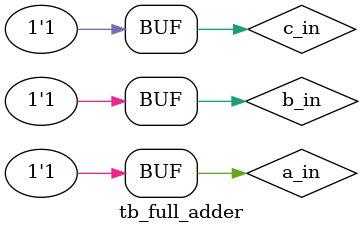
<source format=v>
`timescale 1ns / 1ps


module tb_full_adder(   );
reg a_in;
reg b_in;
reg c_in;
wire sum_out;
wire carry_out;

full_adder uut(
                     .a_in(a_in),
                     .b_in(b_in),
                     .c_in(c_in),
                     .sum_out(sum_out),
                     .carry_out(carry_out)
                   );    
                   
initial begin
$monitor ("The value of time=%0t, a_in=%0b, b_in=%0b, c_in=%0b, sum_out=%0b, carry_out=0%b",
               $time, a_in, b_in, c_in, sum_out, carry_out);
    a_in = 1'b0;
    b_in = 1'b0;
    c_in = 1'b0;
 
#10 a_in = 1'b0;
    b_in = 1'b0;
    c_in = 1'b1; 
    
#10 a_in = 1'b0;
    b_in = 1'b1;
    c_in = 1'b0; 

#10 a_in = 1'b0;
    b_in = 1'b1;
    c_in = 1'b1; 
    
#10 a_in = 1'b1;
    b_in = 1'b0;
    c_in = 1'b0; 
    
#10 a_in = 1'b1;
    b_in = 1'b0;
    c_in = 1'b1; 

#10 a_in = 1'b1;
    b_in = 1'b1;
    c_in = 1'b0; 

#10 a_in = 1'b1;
    b_in = 1'b1;
    c_in = 1'b1; 
 
end             
endmodule

</source>
